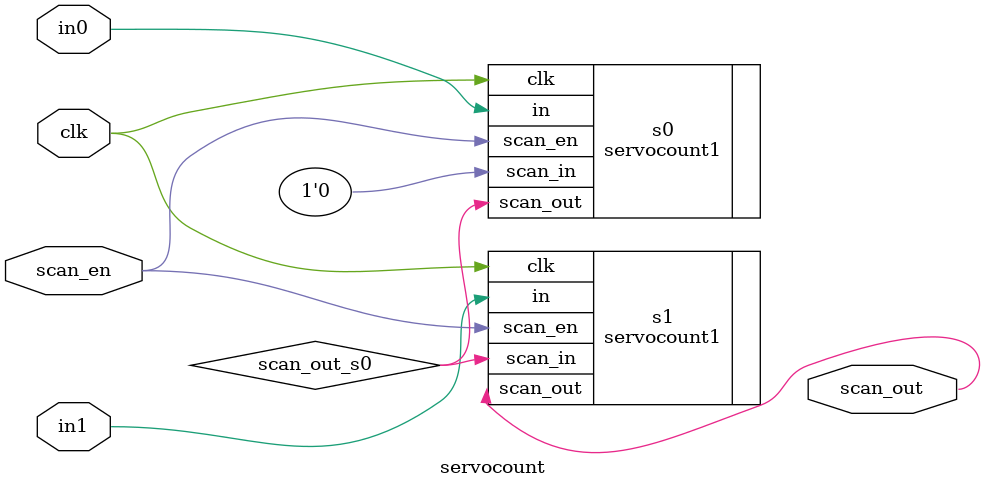
<source format=v>
`timescale 1ns / 1ps

module servocount (clk, in0, in1, scan_out, scan_en);
  input clk, in0, in1, scan_en;
  output scan_out;

  wire scan_out_s0;

  servocount1 s0 (
		.clk(clk), 
		.in(in0), 
		.scan_in(1'b0),
		.scan_out(scan_out_s0),
		.scan_en(scan_en)
  );

  servocount1 s1 (
		.clk(clk), 
		.in(in1), 
		.scan_in(scan_out_s0),
		.scan_out(scan_out),
		.scan_en(scan_en)
  );

endmodule
</source>
